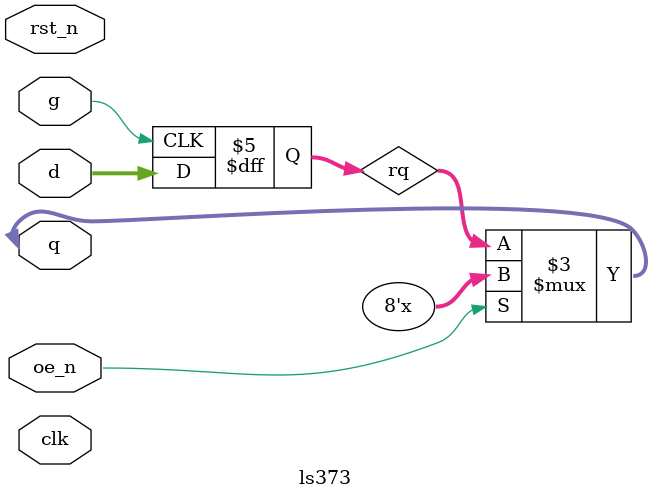
<source format=v>
/*
 * ls373:
 * Octal d-type transparent latches
 */
module ls373(
        clk,
		  rst_n,
	     d,
	     q,
	     g,
	     oe_n
	     );

	input clk;
	input rst_n;
   input [7:0]  d;
   inout tri [7:0] 	q;
   input 	g;
   input 	oe_n;

   wire 	oe;
   reg [7:0] 	rq;
   wire [7:0] rin;
	
	assign rin = g ? d : rq;
   assign oe = ~oe_n;
   assign q = (oe) ? rq : 8'bzzzzzzzz;
   
   // D-Latch
   always @(negedge g) begin
		rq <= d;
   end

endmodule // ls373

</source>
